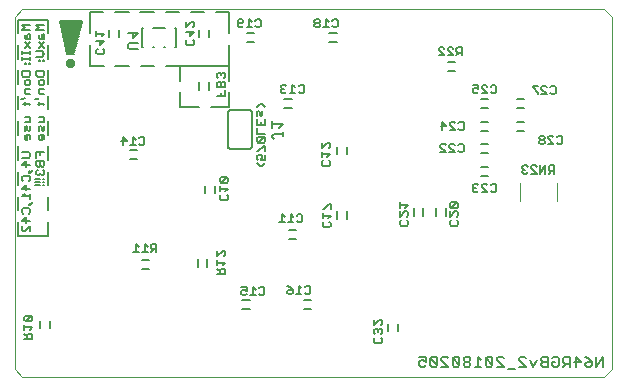
<source format=gbo>
G75*
%MOIN*%
%OFA0B0*%
%FSLAX25Y25*%
%IPPOS*%
%LPD*%
%AMOC8*
5,1,8,0,0,1.08239X$1,22.5*
%
%ADD10C,0.00000*%
%ADD11C,0.00500*%
%ADD12C,0.00600*%
%ADD13C,0.02000*%
%ADD14C,0.00400*%
D10*
X0005500Y0013000D02*
X0003000Y0015500D01*
X0003000Y0133000D01*
X0005500Y0135500D01*
X0199500Y0135500D01*
X0202000Y0133000D01*
X0202000Y0015500D01*
X0199500Y0013000D01*
X0005500Y0013000D01*
D11*
X0006150Y0025610D02*
X0008852Y0025610D01*
X0008852Y0026962D01*
X0008402Y0027412D01*
X0007501Y0027412D01*
X0007051Y0026962D01*
X0007051Y0025610D01*
X0007051Y0026511D02*
X0006150Y0027412D01*
X0006150Y0028557D02*
X0006150Y0030359D01*
X0006150Y0029458D02*
X0008852Y0029458D01*
X0007952Y0028557D01*
X0008402Y0031503D02*
X0006600Y0031503D01*
X0008402Y0033305D01*
X0006600Y0033305D01*
X0006150Y0032855D01*
X0006150Y0031954D01*
X0006600Y0031503D01*
X0008402Y0031503D02*
X0008852Y0031954D01*
X0008852Y0032855D01*
X0008402Y0033305D01*
X0042455Y0054550D02*
X0044257Y0054550D01*
X0043356Y0054550D02*
X0043356Y0057252D01*
X0044257Y0056352D01*
X0045402Y0054550D02*
X0047203Y0054550D01*
X0046303Y0054550D02*
X0046303Y0057252D01*
X0047203Y0056352D01*
X0048348Y0056802D02*
X0048348Y0055901D01*
X0048799Y0055451D01*
X0050150Y0055451D01*
X0049249Y0055451D02*
X0048348Y0054550D01*
X0050150Y0054550D02*
X0050150Y0057252D01*
X0048799Y0057252D01*
X0048348Y0056802D01*
X0070450Y0054945D02*
X0070450Y0053143D01*
X0072252Y0054945D01*
X0072702Y0054945D01*
X0073152Y0054494D01*
X0073152Y0053593D01*
X0072702Y0053143D01*
X0070450Y0051998D02*
X0070450Y0050197D01*
X0070450Y0051097D02*
X0073152Y0051097D01*
X0072252Y0050197D01*
X0072702Y0049052D02*
X0071801Y0049052D01*
X0071351Y0048601D01*
X0071351Y0047250D01*
X0071351Y0048151D02*
X0070450Y0049052D01*
X0072702Y0049052D02*
X0073152Y0048601D01*
X0073152Y0047250D01*
X0070450Y0047250D01*
X0078455Y0042952D02*
X0080257Y0042952D01*
X0080257Y0041601D01*
X0079356Y0042052D01*
X0078906Y0042052D01*
X0078455Y0041601D01*
X0078455Y0040700D01*
X0078906Y0040250D01*
X0079807Y0040250D01*
X0080257Y0040700D01*
X0081402Y0040250D02*
X0083203Y0040250D01*
X0082303Y0040250D02*
X0082303Y0042952D01*
X0083203Y0042052D01*
X0084348Y0042502D02*
X0084799Y0042952D01*
X0085700Y0042952D01*
X0086150Y0042502D01*
X0086150Y0040700D01*
X0085700Y0040250D01*
X0084799Y0040250D01*
X0084348Y0040700D01*
X0093755Y0041100D02*
X0093755Y0041551D01*
X0094206Y0042001D01*
X0095557Y0042001D01*
X0095557Y0041100D01*
X0095107Y0040650D01*
X0094206Y0040650D01*
X0093755Y0041100D01*
X0094656Y0042902D02*
X0095557Y0042001D01*
X0094656Y0042902D02*
X0093755Y0043352D01*
X0097603Y0043352D02*
X0097603Y0040650D01*
X0098503Y0040650D02*
X0096702Y0040650D01*
X0098503Y0042452D02*
X0097603Y0043352D01*
X0099648Y0042902D02*
X0100099Y0043352D01*
X0101000Y0043352D01*
X0101450Y0042902D01*
X0101450Y0041100D01*
X0101000Y0040650D01*
X0100099Y0040650D01*
X0099648Y0041100D01*
X0122650Y0031905D02*
X0122650Y0030103D01*
X0124452Y0031905D01*
X0124902Y0031905D01*
X0125352Y0031455D01*
X0125352Y0030554D01*
X0124902Y0030103D01*
X0124902Y0028959D02*
X0124452Y0028959D01*
X0124001Y0028508D01*
X0123551Y0028959D01*
X0123100Y0028959D01*
X0122650Y0028508D01*
X0122650Y0027607D01*
X0123100Y0027157D01*
X0123100Y0026012D02*
X0122650Y0025562D01*
X0122650Y0024661D01*
X0123100Y0024210D01*
X0124902Y0024210D01*
X0125352Y0024661D01*
X0125352Y0025562D01*
X0124902Y0026012D01*
X0124902Y0027157D02*
X0125352Y0027607D01*
X0125352Y0028508D01*
X0124902Y0028959D01*
X0124001Y0028508D02*
X0124001Y0028058D01*
X0131800Y0063410D02*
X0131350Y0063861D01*
X0131350Y0064762D01*
X0131800Y0065212D01*
X0131350Y0066357D02*
X0133152Y0068159D01*
X0133602Y0068159D01*
X0134052Y0067708D01*
X0134052Y0066807D01*
X0133602Y0066357D01*
X0133602Y0065212D02*
X0134052Y0064762D01*
X0134052Y0063861D01*
X0133602Y0063410D01*
X0131800Y0063410D01*
X0131350Y0066357D02*
X0131350Y0068159D01*
X0131350Y0069303D02*
X0131350Y0071105D01*
X0131350Y0070204D02*
X0134052Y0070204D01*
X0133152Y0069303D01*
X0147950Y0069754D02*
X0148400Y0069303D01*
X0150202Y0071105D01*
X0148400Y0071105D01*
X0147950Y0070655D01*
X0147950Y0069754D01*
X0148400Y0069303D02*
X0150202Y0069303D01*
X0150652Y0069754D01*
X0150652Y0070655D01*
X0150202Y0071105D01*
X0150202Y0068159D02*
X0150652Y0067708D01*
X0150652Y0066807D01*
X0150202Y0066357D01*
X0150202Y0065212D02*
X0150652Y0064762D01*
X0150652Y0063861D01*
X0150202Y0063410D01*
X0148400Y0063410D01*
X0147950Y0063861D01*
X0147950Y0064762D01*
X0148400Y0065212D01*
X0147950Y0066357D02*
X0149752Y0068159D01*
X0150202Y0068159D01*
X0147950Y0068159D02*
X0147950Y0066357D01*
X0156106Y0074550D02*
X0157007Y0074550D01*
X0157457Y0075000D01*
X0158602Y0074550D02*
X0160403Y0074550D01*
X0158602Y0076352D01*
X0158602Y0076802D01*
X0159052Y0077252D01*
X0159953Y0077252D01*
X0160403Y0076802D01*
X0161548Y0076802D02*
X0161999Y0077252D01*
X0162900Y0077252D01*
X0163350Y0076802D01*
X0163350Y0075000D01*
X0162900Y0074550D01*
X0161999Y0074550D01*
X0161548Y0075000D01*
X0157457Y0076802D02*
X0157007Y0077252D01*
X0156106Y0077252D01*
X0155655Y0076802D01*
X0155655Y0076352D01*
X0156106Y0075901D01*
X0155655Y0075451D01*
X0155655Y0075000D01*
X0156106Y0074550D01*
X0156106Y0075901D02*
X0156556Y0075901D01*
X0152100Y0087850D02*
X0151199Y0087850D01*
X0150748Y0088300D01*
X0149603Y0087850D02*
X0147802Y0087850D01*
X0146657Y0087850D02*
X0144855Y0089652D01*
X0144855Y0090102D01*
X0145306Y0090552D01*
X0146207Y0090552D01*
X0146657Y0090102D01*
X0147802Y0090102D02*
X0148252Y0090552D01*
X0149153Y0090552D01*
X0149603Y0090102D01*
X0150748Y0090102D02*
X0151199Y0090552D01*
X0152100Y0090552D01*
X0152550Y0090102D01*
X0152550Y0088300D01*
X0152100Y0087850D01*
X0149603Y0087850D02*
X0147802Y0089652D01*
X0147802Y0090102D01*
X0146657Y0087850D02*
X0144855Y0087850D01*
X0145406Y0095250D02*
X0145406Y0097952D01*
X0146757Y0096601D01*
X0144955Y0096601D01*
X0147902Y0097052D02*
X0147902Y0097502D01*
X0148352Y0097952D01*
X0149253Y0097952D01*
X0149703Y0097502D01*
X0150848Y0097502D02*
X0151299Y0097952D01*
X0152200Y0097952D01*
X0152650Y0097502D01*
X0152650Y0095700D01*
X0152200Y0095250D01*
X0151299Y0095250D01*
X0150848Y0095700D01*
X0149703Y0095250D02*
X0147902Y0097052D01*
X0147902Y0095250D02*
X0149703Y0095250D01*
X0156106Y0107450D02*
X0157007Y0107450D01*
X0157457Y0107900D01*
X0157457Y0108801D02*
X0156556Y0109252D01*
X0156106Y0109252D01*
X0155655Y0108801D01*
X0155655Y0107900D01*
X0156106Y0107450D01*
X0157457Y0108801D02*
X0157457Y0110152D01*
X0155655Y0110152D01*
X0158602Y0109702D02*
X0159052Y0110152D01*
X0159953Y0110152D01*
X0160403Y0109702D01*
X0161548Y0109702D02*
X0161999Y0110152D01*
X0162900Y0110152D01*
X0163350Y0109702D01*
X0163350Y0107900D01*
X0162900Y0107450D01*
X0161999Y0107450D01*
X0161548Y0107900D01*
X0160403Y0107450D02*
X0158602Y0109252D01*
X0158602Y0109702D01*
X0158602Y0107450D02*
X0160403Y0107450D01*
X0175555Y0109502D02*
X0177357Y0107700D01*
X0177357Y0107250D01*
X0178502Y0107250D02*
X0180303Y0107250D01*
X0178502Y0109052D01*
X0178502Y0109502D01*
X0178952Y0109952D01*
X0179853Y0109952D01*
X0180303Y0109502D01*
X0181448Y0109502D02*
X0181899Y0109952D01*
X0182800Y0109952D01*
X0183250Y0109502D01*
X0183250Y0107700D01*
X0182800Y0107250D01*
X0181899Y0107250D01*
X0181448Y0107700D01*
X0177357Y0109952D02*
X0175555Y0109952D01*
X0175555Y0109502D01*
X0151950Y0120150D02*
X0151950Y0122852D01*
X0150599Y0122852D01*
X0150148Y0122402D01*
X0150148Y0121501D01*
X0150599Y0121051D01*
X0151950Y0121051D01*
X0151049Y0121051D02*
X0150148Y0120150D01*
X0149003Y0120150D02*
X0147202Y0121952D01*
X0147202Y0122402D01*
X0147652Y0122852D01*
X0148553Y0122852D01*
X0149003Y0122402D01*
X0149003Y0120150D02*
X0147202Y0120150D01*
X0146057Y0120150D02*
X0144255Y0121952D01*
X0144255Y0122402D01*
X0144706Y0122852D01*
X0145607Y0122852D01*
X0146057Y0122402D01*
X0146057Y0120150D02*
X0144255Y0120150D01*
X0110550Y0129900D02*
X0110100Y0129450D01*
X0109199Y0129450D01*
X0108748Y0129900D01*
X0107603Y0129450D02*
X0105802Y0129450D01*
X0106703Y0129450D02*
X0106703Y0132152D01*
X0107603Y0131252D01*
X0108748Y0131702D02*
X0109199Y0132152D01*
X0110100Y0132152D01*
X0110550Y0131702D01*
X0110550Y0129900D01*
X0104657Y0129900D02*
X0104657Y0130351D01*
X0104207Y0130801D01*
X0103306Y0130801D01*
X0102855Y0130351D01*
X0102855Y0129900D01*
X0103306Y0129450D01*
X0104207Y0129450D01*
X0104657Y0129900D01*
X0104207Y0130801D02*
X0104657Y0131252D01*
X0104657Y0131702D01*
X0104207Y0132152D01*
X0103306Y0132152D01*
X0102855Y0131702D01*
X0102855Y0131252D01*
X0103306Y0130801D01*
X0084950Y0129900D02*
X0084500Y0129450D01*
X0083599Y0129450D01*
X0083148Y0129900D01*
X0082003Y0129450D02*
X0080202Y0129450D01*
X0081103Y0129450D02*
X0081103Y0132152D01*
X0082003Y0131252D01*
X0083148Y0131702D02*
X0083599Y0132152D01*
X0084500Y0132152D01*
X0084950Y0131702D01*
X0084950Y0129900D01*
X0079057Y0129900D02*
X0078607Y0129450D01*
X0077706Y0129450D01*
X0077255Y0129900D01*
X0077255Y0131702D01*
X0077706Y0132152D01*
X0078607Y0132152D01*
X0079057Y0131702D01*
X0079057Y0131252D01*
X0078607Y0130801D01*
X0077255Y0130801D01*
X0062652Y0130855D02*
X0062652Y0129954D01*
X0062202Y0129503D01*
X0062652Y0130855D02*
X0062202Y0131305D01*
X0061752Y0131305D01*
X0059950Y0129503D01*
X0059950Y0131305D01*
X0061301Y0128359D02*
X0061301Y0126557D01*
X0062652Y0127908D01*
X0059950Y0127908D01*
X0060400Y0125412D02*
X0059950Y0124962D01*
X0059950Y0124061D01*
X0060400Y0123610D01*
X0062202Y0123610D01*
X0062652Y0124061D01*
X0062652Y0124962D01*
X0062202Y0125412D01*
X0070800Y0114345D02*
X0070350Y0113894D01*
X0070350Y0112993D01*
X0070800Y0112543D01*
X0070800Y0111398D02*
X0070350Y0110948D01*
X0070350Y0109597D01*
X0073052Y0109597D01*
X0073052Y0110948D01*
X0072602Y0111398D01*
X0072152Y0111398D01*
X0071701Y0110948D01*
X0071701Y0109597D01*
X0071701Y0110948D02*
X0071251Y0111398D01*
X0070800Y0111398D01*
X0072602Y0112543D02*
X0073052Y0112993D01*
X0073052Y0113894D01*
X0072602Y0114345D01*
X0072152Y0114345D01*
X0071701Y0113894D01*
X0071251Y0114345D01*
X0070800Y0114345D01*
X0071701Y0113894D02*
X0071701Y0113444D01*
X0073052Y0108452D02*
X0073052Y0106650D01*
X0070350Y0106650D01*
X0071701Y0106650D02*
X0071701Y0107551D01*
X0083650Y0102886D02*
X0084551Y0103786D01*
X0085452Y0103786D01*
X0086352Y0102886D01*
X0085452Y0101741D02*
X0085452Y0100390D01*
X0085001Y0099939D01*
X0084551Y0100390D01*
X0084551Y0101290D01*
X0084100Y0101741D01*
X0083650Y0101290D01*
X0083650Y0099939D01*
X0083650Y0098794D02*
X0083650Y0096993D01*
X0086352Y0096993D01*
X0086352Y0098794D01*
X0085001Y0097893D02*
X0085001Y0096993D01*
X0083650Y0095848D02*
X0083650Y0094046D01*
X0086352Y0094046D01*
X0085902Y0092901D02*
X0084100Y0092901D01*
X0083650Y0092451D01*
X0083650Y0091550D01*
X0084100Y0091100D01*
X0085902Y0092901D01*
X0086352Y0092451D01*
X0086352Y0091550D01*
X0085902Y0091100D01*
X0084100Y0091100D01*
X0085902Y0089955D02*
X0084100Y0088153D01*
X0083650Y0088153D01*
X0084100Y0087008D02*
X0083650Y0086558D01*
X0083650Y0085657D01*
X0084100Y0085207D01*
X0085001Y0085207D02*
X0085452Y0086107D01*
X0085452Y0086558D01*
X0085001Y0087008D01*
X0084100Y0087008D01*
X0085001Y0085207D02*
X0086352Y0085207D01*
X0086352Y0087008D01*
X0086352Y0088153D02*
X0086352Y0089955D01*
X0085902Y0089955D01*
X0086352Y0084143D02*
X0085452Y0083242D01*
X0084551Y0083242D01*
X0083650Y0084143D01*
X0074052Y0079094D02*
X0073602Y0079545D01*
X0071800Y0077743D01*
X0071350Y0078193D01*
X0071350Y0079094D01*
X0071800Y0079545D01*
X0073602Y0079545D01*
X0074052Y0079094D02*
X0074052Y0078193D01*
X0073602Y0077743D01*
X0071800Y0077743D01*
X0071350Y0076598D02*
X0071350Y0074797D01*
X0071350Y0075697D02*
X0074052Y0075697D01*
X0073152Y0074797D01*
X0073602Y0073652D02*
X0074052Y0073201D01*
X0074052Y0072300D01*
X0073602Y0071850D01*
X0071800Y0071850D01*
X0071350Y0072300D01*
X0071350Y0073201D01*
X0071800Y0073652D01*
X0091956Y0067152D02*
X0091956Y0064450D01*
X0092857Y0064450D02*
X0091055Y0064450D01*
X0092857Y0066252D02*
X0091956Y0067152D01*
X0094903Y0067152D02*
X0094903Y0064450D01*
X0095803Y0064450D02*
X0094002Y0064450D01*
X0095803Y0066252D02*
X0094903Y0067152D01*
X0096948Y0066702D02*
X0097399Y0067152D01*
X0098300Y0067152D01*
X0098750Y0066702D01*
X0098750Y0064900D01*
X0098300Y0064450D01*
X0097399Y0064450D01*
X0096948Y0064900D01*
X0105550Y0064262D02*
X0105550Y0063361D01*
X0106000Y0062910D01*
X0107802Y0062910D01*
X0108252Y0063361D01*
X0108252Y0064262D01*
X0107802Y0064712D01*
X0107352Y0065857D02*
X0108252Y0066758D01*
X0105550Y0066758D01*
X0105550Y0065857D02*
X0105550Y0067659D01*
X0105550Y0068803D02*
X0106000Y0068803D01*
X0107802Y0070605D01*
X0108252Y0070605D01*
X0108252Y0068803D01*
X0106000Y0064712D02*
X0105550Y0064262D01*
X0105800Y0083310D02*
X0105350Y0083761D01*
X0105350Y0084662D01*
X0105800Y0085112D01*
X0105350Y0086257D02*
X0105350Y0088059D01*
X0105350Y0087158D02*
X0108052Y0087158D01*
X0107152Y0086257D01*
X0107602Y0085112D02*
X0108052Y0084662D01*
X0108052Y0083761D01*
X0107602Y0083310D01*
X0105800Y0083310D01*
X0105350Y0089203D02*
X0107152Y0091005D01*
X0107602Y0091005D01*
X0108052Y0090555D01*
X0108052Y0089654D01*
X0107602Y0089203D01*
X0105350Y0089203D02*
X0105350Y0091005D01*
X0098900Y0107650D02*
X0097999Y0107650D01*
X0097548Y0108100D01*
X0096403Y0107650D02*
X0094602Y0107650D01*
X0095503Y0107650D02*
X0095503Y0110352D01*
X0096403Y0109452D01*
X0097548Y0109902D02*
X0097999Y0110352D01*
X0098900Y0110352D01*
X0099350Y0109902D01*
X0099350Y0108100D01*
X0098900Y0107650D01*
X0093457Y0108100D02*
X0093007Y0107650D01*
X0092106Y0107650D01*
X0091655Y0108100D01*
X0091655Y0108551D01*
X0092106Y0109001D01*
X0092556Y0109001D01*
X0092106Y0109001D02*
X0091655Y0109452D01*
X0091655Y0109902D01*
X0092106Y0110352D01*
X0093007Y0110352D01*
X0093457Y0109902D01*
X0046150Y0092502D02*
X0046150Y0090700D01*
X0045700Y0090250D01*
X0044799Y0090250D01*
X0044348Y0090700D01*
X0043203Y0090250D02*
X0041402Y0090250D01*
X0042303Y0090250D02*
X0042303Y0092952D01*
X0043203Y0092052D01*
X0044348Y0092502D02*
X0044799Y0092952D01*
X0045700Y0092952D01*
X0046150Y0092502D01*
X0040257Y0091601D02*
X0038455Y0091601D01*
X0038906Y0090250D02*
X0038906Y0092952D01*
X0040257Y0091601D01*
X0012850Y0092382D02*
X0012850Y0093283D01*
X0012400Y0093733D01*
X0011499Y0093733D01*
X0011048Y0093283D01*
X0011048Y0092382D01*
X0011499Y0091932D01*
X0011949Y0091932D01*
X0011949Y0093733D01*
X0012400Y0094878D02*
X0011949Y0095329D01*
X0011949Y0096229D01*
X0011499Y0096680D01*
X0011048Y0096229D01*
X0011048Y0094878D01*
X0012400Y0094878D02*
X0012850Y0095329D01*
X0012850Y0096680D01*
X0012850Y0097825D02*
X0011048Y0097825D01*
X0011048Y0099626D02*
X0012400Y0099626D01*
X0012850Y0099176D01*
X0012850Y0097825D01*
X0008050Y0097825D02*
X0006248Y0097825D01*
X0006699Y0096680D02*
X0006248Y0096229D01*
X0006248Y0094878D01*
X0007149Y0095329D02*
X0007149Y0096229D01*
X0006699Y0096680D01*
X0008050Y0096680D02*
X0008050Y0095329D01*
X0007600Y0094878D01*
X0007149Y0095329D01*
X0007149Y0093733D02*
X0007149Y0091932D01*
X0006699Y0091932D01*
X0006248Y0092382D01*
X0006248Y0093283D01*
X0006699Y0093733D01*
X0007600Y0093733D01*
X0008050Y0093283D01*
X0008050Y0092382D01*
X0007600Y0087840D02*
X0005348Y0087840D01*
X0005348Y0086039D02*
X0007600Y0086039D01*
X0008050Y0086489D01*
X0008050Y0087390D01*
X0007600Y0087840D01*
X0010148Y0087840D02*
X0010148Y0086039D01*
X0010148Y0084894D02*
X0010148Y0083543D01*
X0010598Y0083092D01*
X0011048Y0083092D01*
X0011499Y0083543D01*
X0011499Y0084894D01*
X0012850Y0084894D02*
X0012850Y0083543D01*
X0012400Y0083092D01*
X0011949Y0083092D01*
X0011499Y0083543D01*
X0012400Y0081947D02*
X0012850Y0081497D01*
X0012850Y0080596D01*
X0012400Y0080146D01*
X0011949Y0080146D01*
X0011499Y0080596D01*
X0011499Y0081046D01*
X0011499Y0080596D02*
X0011048Y0080146D01*
X0010598Y0080146D01*
X0010148Y0080596D01*
X0010148Y0081497D01*
X0010598Y0081947D01*
X0008951Y0081947D02*
X0008050Y0081046D01*
X0008050Y0081497D01*
X0007600Y0081497D01*
X0007600Y0081046D01*
X0008050Y0081046D01*
X0007600Y0079983D02*
X0005798Y0079983D01*
X0005348Y0079532D01*
X0005348Y0078632D01*
X0005798Y0078181D01*
X0006699Y0077036D02*
X0006699Y0075235D01*
X0006248Y0074090D02*
X0005348Y0073189D01*
X0008050Y0073189D01*
X0008050Y0074090D02*
X0008050Y0072288D01*
X0008951Y0071143D02*
X0008050Y0070243D01*
X0008050Y0070693D01*
X0007600Y0070693D01*
X0007600Y0070243D01*
X0008050Y0070243D01*
X0007600Y0069179D02*
X0005798Y0069179D01*
X0005348Y0068729D01*
X0005348Y0067828D01*
X0005798Y0067377D01*
X0006699Y0066232D02*
X0006699Y0064431D01*
X0008050Y0064881D02*
X0005348Y0064881D01*
X0006699Y0066232D01*
X0007600Y0067377D02*
X0008050Y0067828D01*
X0008050Y0068729D01*
X0007600Y0069179D01*
X0008050Y0063286D02*
X0006248Y0061484D01*
X0005798Y0061484D01*
X0005348Y0061935D01*
X0005348Y0062836D01*
X0005798Y0063286D01*
X0008050Y0063286D02*
X0008050Y0061484D01*
X0008050Y0075685D02*
X0005348Y0075685D01*
X0006699Y0077036D01*
X0007600Y0078181D02*
X0008050Y0078632D01*
X0008050Y0079532D01*
X0007600Y0079983D01*
X0009697Y0079001D02*
X0011499Y0079001D01*
X0012400Y0079001D02*
X0012850Y0079001D01*
X0012850Y0078019D02*
X0012400Y0078019D01*
X0011499Y0078019D02*
X0009697Y0078019D01*
X0009697Y0077036D02*
X0011499Y0077036D01*
X0012400Y0077036D02*
X0012850Y0077036D01*
X0008050Y0083543D02*
X0005348Y0083543D01*
X0006699Y0084894D01*
X0006699Y0083092D01*
X0010148Y0084894D02*
X0012850Y0084894D01*
X0011499Y0086939D02*
X0011499Y0087840D01*
X0012850Y0087840D02*
X0010148Y0087840D01*
X0008050Y0097825D02*
X0008050Y0099176D01*
X0007600Y0099626D01*
X0006248Y0099626D01*
X0006248Y0103636D02*
X0006248Y0104537D01*
X0005798Y0104087D02*
X0007600Y0104087D01*
X0008050Y0103636D01*
X0009697Y0105560D02*
X0010598Y0105560D01*
X0011048Y0106010D01*
X0011499Y0107155D02*
X0012850Y0107155D01*
X0011499Y0107155D02*
X0011048Y0107606D01*
X0011048Y0108957D01*
X0012850Y0108957D01*
X0012400Y0110102D02*
X0011499Y0110102D01*
X0011048Y0110552D01*
X0011048Y0111453D01*
X0011499Y0111903D01*
X0012400Y0111903D01*
X0012850Y0111453D01*
X0012850Y0110552D01*
X0012400Y0110102D01*
X0012400Y0113048D02*
X0010598Y0113048D01*
X0010148Y0113499D01*
X0010148Y0114850D01*
X0012850Y0114850D01*
X0012850Y0113499D01*
X0012400Y0113048D01*
X0008050Y0113499D02*
X0007600Y0113048D01*
X0005798Y0113048D01*
X0005348Y0113499D01*
X0005348Y0114850D01*
X0008050Y0114850D01*
X0008050Y0113499D01*
X0007600Y0111903D02*
X0008050Y0111453D01*
X0008050Y0110552D01*
X0007600Y0110102D01*
X0006699Y0110102D01*
X0006248Y0110552D01*
X0006248Y0111453D01*
X0006699Y0111903D01*
X0007600Y0111903D01*
X0008050Y0108957D02*
X0006248Y0108957D01*
X0006248Y0107606D01*
X0006699Y0107155D01*
X0008050Y0107155D01*
X0006248Y0106010D02*
X0005798Y0105560D01*
X0004897Y0105560D01*
X0010598Y0104087D02*
X0012400Y0104087D01*
X0012850Y0103636D01*
X0011048Y0103636D02*
X0011048Y0104537D01*
X0008050Y0117131D02*
X0008050Y0117582D01*
X0007600Y0117582D01*
X0007600Y0117131D01*
X0008050Y0117131D01*
X0006699Y0117131D02*
X0006699Y0117582D01*
X0006248Y0117582D01*
X0006248Y0117131D01*
X0006699Y0117131D01*
X0008050Y0118645D02*
X0008050Y0119546D01*
X0008050Y0119096D02*
X0005348Y0119096D01*
X0005348Y0119546D02*
X0005348Y0118645D01*
X0005348Y0120610D02*
X0005348Y0121510D01*
X0005348Y0121060D02*
X0008050Y0121060D01*
X0008050Y0121510D02*
X0008050Y0120610D01*
X0008050Y0122655D02*
X0006248Y0124457D01*
X0006699Y0125602D02*
X0008050Y0125602D01*
X0008050Y0126953D01*
X0007600Y0127403D01*
X0007149Y0126953D01*
X0007149Y0125602D01*
X0006699Y0125602D02*
X0006248Y0126052D01*
X0006248Y0126953D01*
X0005348Y0128548D02*
X0008050Y0128548D01*
X0008050Y0130350D02*
X0005348Y0130350D01*
X0006248Y0129449D01*
X0005348Y0128548D01*
X0010148Y0128548D02*
X0012850Y0128548D01*
X0012400Y0127403D02*
X0011949Y0126953D01*
X0011949Y0125602D01*
X0011499Y0125602D02*
X0012850Y0125602D01*
X0012850Y0126953D01*
X0012400Y0127403D01*
X0011048Y0126953D02*
X0011048Y0126052D01*
X0011499Y0125602D01*
X0011048Y0124457D02*
X0012850Y0122655D01*
X0011949Y0121510D02*
X0012850Y0120610D01*
X0011949Y0119709D01*
X0010148Y0119709D01*
X0011048Y0118564D02*
X0011499Y0118564D01*
X0011499Y0118114D01*
X0011048Y0118114D01*
X0011048Y0118564D01*
X0012400Y0118564D02*
X0012850Y0118564D01*
X0012850Y0118114D01*
X0012400Y0118114D01*
X0012400Y0118564D01*
X0011949Y0121510D02*
X0010148Y0121510D01*
X0011048Y0122655D02*
X0012850Y0124457D01*
X0008050Y0124457D02*
X0006248Y0122655D01*
X0010148Y0128548D02*
X0011048Y0129449D01*
X0010148Y0130350D01*
X0012850Y0130350D01*
X0030150Y0128305D02*
X0030150Y0126503D01*
X0030150Y0127404D02*
X0032852Y0127404D01*
X0031952Y0126503D01*
X0031501Y0125359D02*
X0031501Y0123557D01*
X0032852Y0124908D01*
X0030150Y0124908D01*
X0030600Y0122412D02*
X0030150Y0121962D01*
X0030150Y0121061D01*
X0030600Y0120610D01*
X0032402Y0120610D01*
X0032852Y0121061D01*
X0032852Y0121962D01*
X0032402Y0122412D01*
X0172109Y0083002D02*
X0172109Y0082552D01*
X0172559Y0082101D01*
X0172109Y0081651D01*
X0172109Y0081200D01*
X0172559Y0080750D01*
X0173460Y0080750D01*
X0173910Y0081200D01*
X0175055Y0080750D02*
X0176857Y0080750D01*
X0175055Y0082552D01*
X0175055Y0083002D01*
X0175506Y0083452D01*
X0176407Y0083452D01*
X0176857Y0083002D01*
X0178002Y0083452D02*
X0178002Y0080750D01*
X0179803Y0083452D01*
X0179803Y0080750D01*
X0180948Y0080750D02*
X0181849Y0081651D01*
X0181399Y0081651D02*
X0182750Y0081651D01*
X0182750Y0080750D02*
X0182750Y0083452D01*
X0181399Y0083452D01*
X0180948Y0083002D01*
X0180948Y0082101D01*
X0181399Y0081651D01*
X0173910Y0083002D02*
X0173460Y0083452D01*
X0172559Y0083452D01*
X0172109Y0083002D01*
X0172559Y0082101D02*
X0173010Y0082101D01*
X0178206Y0090650D02*
X0179107Y0090650D01*
X0179557Y0091100D01*
X0179557Y0091551D01*
X0179107Y0092001D01*
X0178206Y0092001D01*
X0177755Y0091551D01*
X0177755Y0091100D01*
X0178206Y0090650D01*
X0178206Y0092001D02*
X0177755Y0092452D01*
X0177755Y0092902D01*
X0178206Y0093352D01*
X0179107Y0093352D01*
X0179557Y0092902D01*
X0179557Y0092452D01*
X0179107Y0092001D01*
X0180702Y0092452D02*
X0180702Y0092902D01*
X0181152Y0093352D01*
X0182053Y0093352D01*
X0182503Y0092902D01*
X0183648Y0092902D02*
X0184099Y0093352D01*
X0185000Y0093352D01*
X0185450Y0092902D01*
X0185450Y0091100D01*
X0185000Y0090650D01*
X0184099Y0090650D01*
X0183648Y0091100D01*
X0182503Y0090650D02*
X0180702Y0090650D01*
X0182503Y0090650D02*
X0180702Y0092452D01*
D12*
X0172750Y0094937D02*
X0170250Y0094937D01*
X0170250Y0098062D02*
X0172750Y0098062D01*
X0172750Y0102437D02*
X0170250Y0102437D01*
X0170250Y0105562D02*
X0172750Y0105562D01*
X0160750Y0105562D02*
X0158250Y0105562D01*
X0158250Y0102437D02*
X0160750Y0102437D01*
X0160750Y0098062D02*
X0158250Y0098062D01*
X0158250Y0094937D02*
X0160750Y0094937D01*
X0160750Y0090562D02*
X0158250Y0090562D01*
X0158250Y0087437D02*
X0160750Y0087437D01*
X0160750Y0083063D02*
X0158250Y0083063D01*
X0158250Y0079938D02*
X0160750Y0079938D01*
X0146563Y0069250D02*
X0146563Y0066750D01*
X0143438Y0066750D02*
X0143438Y0069250D01*
X0139063Y0069250D02*
X0139063Y0066750D01*
X0135938Y0066750D02*
X0135938Y0069250D01*
X0113562Y0068250D02*
X0113562Y0065750D01*
X0110437Y0065750D02*
X0110437Y0068250D01*
X0096750Y0062062D02*
X0094250Y0062062D01*
X0094250Y0058937D02*
X0096750Y0058937D01*
X0069563Y0074250D02*
X0069563Y0076750D01*
X0066438Y0076750D02*
X0066438Y0074250D01*
X0075000Y0089000D02*
X0081000Y0089000D01*
X0081060Y0089002D01*
X0081121Y0089007D01*
X0081180Y0089016D01*
X0081239Y0089029D01*
X0081298Y0089045D01*
X0081355Y0089065D01*
X0081410Y0089088D01*
X0081465Y0089115D01*
X0081517Y0089144D01*
X0081568Y0089177D01*
X0081617Y0089213D01*
X0081663Y0089251D01*
X0081707Y0089293D01*
X0081749Y0089337D01*
X0081787Y0089383D01*
X0081823Y0089432D01*
X0081856Y0089483D01*
X0081885Y0089535D01*
X0081912Y0089590D01*
X0081935Y0089645D01*
X0081955Y0089702D01*
X0081971Y0089761D01*
X0081984Y0089820D01*
X0081993Y0089879D01*
X0081998Y0089940D01*
X0082000Y0090000D01*
X0082000Y0101000D01*
X0081998Y0101060D01*
X0081993Y0101121D01*
X0081984Y0101180D01*
X0081971Y0101239D01*
X0081955Y0101298D01*
X0081935Y0101355D01*
X0081912Y0101410D01*
X0081885Y0101465D01*
X0081856Y0101517D01*
X0081823Y0101568D01*
X0081787Y0101617D01*
X0081749Y0101663D01*
X0081707Y0101707D01*
X0081663Y0101749D01*
X0081617Y0101787D01*
X0081568Y0101823D01*
X0081517Y0101856D01*
X0081465Y0101885D01*
X0081410Y0101912D01*
X0081355Y0101935D01*
X0081298Y0101955D01*
X0081239Y0101971D01*
X0081180Y0101984D01*
X0081121Y0101993D01*
X0081060Y0101998D01*
X0081000Y0102000D01*
X0075000Y0102000D01*
X0074940Y0101998D01*
X0074879Y0101993D01*
X0074820Y0101984D01*
X0074761Y0101971D01*
X0074702Y0101955D01*
X0074645Y0101935D01*
X0074590Y0101912D01*
X0074535Y0101885D01*
X0074483Y0101856D01*
X0074432Y0101823D01*
X0074383Y0101787D01*
X0074337Y0101749D01*
X0074293Y0101707D01*
X0074251Y0101663D01*
X0074213Y0101617D01*
X0074177Y0101568D01*
X0074144Y0101517D01*
X0074115Y0101465D01*
X0074088Y0101410D01*
X0074065Y0101355D01*
X0074045Y0101298D01*
X0074029Y0101239D01*
X0074016Y0101180D01*
X0074007Y0101121D01*
X0074002Y0101060D01*
X0074000Y0101000D01*
X0074000Y0090000D01*
X0074002Y0089940D01*
X0074007Y0089879D01*
X0074016Y0089820D01*
X0074029Y0089761D01*
X0074045Y0089702D01*
X0074065Y0089645D01*
X0074088Y0089590D01*
X0074115Y0089535D01*
X0074144Y0089483D01*
X0074177Y0089432D01*
X0074213Y0089383D01*
X0074251Y0089337D01*
X0074293Y0089293D01*
X0074337Y0089251D01*
X0074383Y0089213D01*
X0074432Y0089177D01*
X0074483Y0089144D01*
X0074535Y0089115D01*
X0074590Y0089088D01*
X0074645Y0089065D01*
X0074702Y0089045D01*
X0074761Y0089029D01*
X0074820Y0089016D01*
X0074879Y0089007D01*
X0074940Y0089002D01*
X0075000Y0089000D01*
X0088800Y0092867D02*
X0088800Y0093434D01*
X0089367Y0094001D01*
X0092203Y0094001D01*
X0092203Y0093434D02*
X0092203Y0094569D01*
X0091069Y0095983D02*
X0092203Y0097117D01*
X0088800Y0097117D01*
X0088800Y0095983D02*
X0088800Y0098252D01*
X0092750Y0102437D02*
X0095250Y0102437D01*
X0095250Y0105562D02*
X0092750Y0105562D01*
X0088800Y0092867D02*
X0089367Y0092300D01*
X0074500Y0103000D02*
X0074500Y0107781D01*
X0074500Y0111719D02*
X0074500Y0116500D01*
X0058000Y0116500D01*
X0058000Y0111719D01*
X0058000Y0107781D02*
X0058000Y0103000D01*
X0064281Y0103000D01*
X0068219Y0103000D02*
X0074500Y0103000D01*
X0067563Y0108750D02*
X0067563Y0111250D01*
X0064437Y0111250D02*
X0064437Y0108750D01*
X0058000Y0116500D02*
X0053453Y0116500D01*
X0049516Y0116500D02*
X0044969Y0116500D01*
X0041031Y0116500D02*
X0036484Y0116500D01*
X0032547Y0116500D02*
X0028000Y0116500D01*
X0028000Y0123531D01*
X0023706Y0124922D02*
X0019495Y0124922D01*
X0019359Y0125520D02*
X0023869Y0125520D01*
X0024032Y0126119D02*
X0019223Y0126119D01*
X0019087Y0126717D02*
X0024196Y0126717D01*
X0024359Y0127316D02*
X0018951Y0127316D01*
X0018815Y0127914D02*
X0024522Y0127914D01*
X0024685Y0128513D02*
X0018679Y0128513D01*
X0018543Y0129111D02*
X0024848Y0129111D01*
X0025012Y0129710D02*
X0018407Y0129710D01*
X0018271Y0130308D02*
X0025175Y0130308D01*
X0025338Y0130907D02*
X0018135Y0130907D01*
X0018000Y0131500D02*
X0020500Y0120500D01*
X0022500Y0120500D01*
X0025500Y0131500D01*
X0018000Y0131500D01*
X0014000Y0132000D02*
X0014000Y0127500D01*
X0014000Y0123563D02*
X0014000Y0119062D01*
X0014000Y0115125D02*
X0014000Y0110625D01*
X0014000Y0106688D02*
X0014000Y0102187D01*
X0014000Y0098250D02*
X0014000Y0093750D01*
X0014000Y0089813D02*
X0014000Y0085312D01*
X0014000Y0081375D02*
X0014000Y0076875D01*
X0014000Y0072938D02*
X0014000Y0068437D01*
X0014000Y0064500D02*
X0014000Y0060000D01*
X0004000Y0060000D01*
X0004000Y0064500D01*
X0004000Y0068437D02*
X0004000Y0072938D01*
X0004000Y0076875D02*
X0004000Y0081375D01*
X0004000Y0085312D02*
X0004000Y0089813D01*
X0004000Y0093750D02*
X0004000Y0098250D01*
X0004000Y0102187D02*
X0004000Y0106688D01*
X0004000Y0110625D02*
X0004000Y0115125D01*
X0004000Y0119062D02*
X0004000Y0123563D01*
X0004000Y0127500D02*
X0004000Y0132000D01*
X0004500Y0132000D01*
X0014000Y0132000D01*
X0019631Y0124323D02*
X0023543Y0124323D01*
X0023379Y0123725D02*
X0019767Y0123725D01*
X0019903Y0123126D02*
X0023216Y0123126D01*
X0023053Y0122528D02*
X0020039Y0122528D01*
X0020175Y0121929D02*
X0022890Y0121929D01*
X0022727Y0121331D02*
X0020311Y0121331D01*
X0020447Y0120732D02*
X0022563Y0120732D01*
X0028000Y0127469D02*
X0028000Y0134500D01*
X0032469Y0134500D01*
X0036406Y0134500D02*
X0040875Y0134500D01*
X0044812Y0134500D02*
X0049281Y0134500D01*
X0053219Y0134500D02*
X0057688Y0134500D01*
X0061625Y0134500D02*
X0066094Y0134500D01*
X0070031Y0134500D02*
X0074500Y0134500D01*
X0074500Y0127469D01*
X0074500Y0123531D02*
X0074500Y0116500D01*
X0080250Y0124437D02*
X0082750Y0124437D01*
X0082750Y0127562D02*
X0080250Y0127562D01*
X0067563Y0128750D02*
X0067563Y0126250D01*
X0064437Y0126250D02*
X0064437Y0128750D01*
X0056598Y0129189D02*
X0056598Y0122811D01*
X0056228Y0122811D01*
X0053055Y0122811D02*
X0052685Y0122811D01*
X0049315Y0122811D02*
X0048945Y0122811D01*
X0045772Y0122811D02*
X0045402Y0122811D01*
X0045402Y0129189D01*
X0045772Y0129189D01*
X0044103Y0127518D02*
X0042401Y0125817D01*
X0042401Y0128085D01*
X0040700Y0127518D02*
X0044103Y0127518D01*
X0044103Y0124402D02*
X0041267Y0124402D01*
X0040700Y0123835D01*
X0040700Y0122701D01*
X0041267Y0122134D01*
X0044103Y0122134D01*
X0037563Y0126250D02*
X0037563Y0128750D01*
X0034438Y0128750D02*
X0034438Y0126250D01*
X0048945Y0129189D02*
X0053055Y0129189D01*
X0056228Y0129189D02*
X0056598Y0129189D01*
X0107750Y0127562D02*
X0110250Y0127562D01*
X0110250Y0124437D02*
X0107750Y0124437D01*
X0147250Y0118062D02*
X0149750Y0118062D01*
X0149750Y0114937D02*
X0147250Y0114937D01*
X0113562Y0089750D02*
X0113562Y0087250D01*
X0110437Y0087250D02*
X0110437Y0089750D01*
X0067063Y0052250D02*
X0067063Y0049750D01*
X0063937Y0049750D02*
X0063937Y0052250D01*
X0047750Y0052062D02*
X0045250Y0052062D01*
X0045250Y0048937D02*
X0047750Y0048937D01*
X0078750Y0038563D02*
X0081250Y0038563D01*
X0081250Y0035438D02*
X0078750Y0035438D01*
X0099250Y0035438D02*
X0101750Y0035438D01*
X0101750Y0038563D02*
X0099250Y0038563D01*
X0127437Y0030750D02*
X0127437Y0028250D01*
X0130562Y0028250D02*
X0130562Y0030750D01*
X0137808Y0019703D02*
X0140076Y0019703D01*
X0140076Y0018001D01*
X0138942Y0018569D01*
X0138375Y0018569D01*
X0137808Y0018001D01*
X0137808Y0016867D01*
X0138375Y0016300D01*
X0139509Y0016300D01*
X0140076Y0016867D01*
X0141491Y0016867D02*
X0142058Y0016300D01*
X0143192Y0016300D01*
X0143760Y0016867D01*
X0141491Y0019136D01*
X0141491Y0016867D01*
X0143760Y0016867D02*
X0143760Y0019136D01*
X0143192Y0019703D01*
X0142058Y0019703D01*
X0141491Y0019136D01*
X0145174Y0019136D02*
X0145741Y0019703D01*
X0146876Y0019703D01*
X0147443Y0019136D01*
X0148857Y0019136D02*
X0151126Y0016867D01*
X0150559Y0016300D01*
X0149424Y0016300D01*
X0148857Y0016867D01*
X0148857Y0019136D01*
X0149424Y0019703D01*
X0150559Y0019703D01*
X0151126Y0019136D01*
X0151126Y0016867D01*
X0152540Y0016867D02*
X0153108Y0016300D01*
X0154242Y0016300D01*
X0154809Y0016867D01*
X0154809Y0017434D01*
X0154242Y0018001D01*
X0153108Y0018001D01*
X0152540Y0017434D01*
X0152540Y0016867D01*
X0153108Y0018001D02*
X0152540Y0018569D01*
X0152540Y0019136D01*
X0153108Y0019703D01*
X0154242Y0019703D01*
X0154809Y0019136D01*
X0154809Y0018569D01*
X0154242Y0018001D01*
X0156224Y0016300D02*
X0158492Y0016300D01*
X0157358Y0016300D02*
X0157358Y0019703D01*
X0158492Y0018569D01*
X0159907Y0019136D02*
X0159907Y0016867D01*
X0160474Y0016300D01*
X0161608Y0016300D01*
X0162175Y0016867D01*
X0159907Y0019136D01*
X0160474Y0019703D01*
X0161608Y0019703D01*
X0162175Y0019136D01*
X0162175Y0016867D01*
X0163590Y0016300D02*
X0165858Y0016300D01*
X0163590Y0018569D01*
X0163590Y0019136D01*
X0164157Y0019703D01*
X0165291Y0019703D01*
X0165858Y0019136D01*
X0167273Y0015733D02*
X0169542Y0015733D01*
X0170956Y0016300D02*
X0173225Y0016300D01*
X0170956Y0018569D01*
X0170956Y0019136D01*
X0171523Y0019703D01*
X0172658Y0019703D01*
X0173225Y0019136D01*
X0174639Y0018569D02*
X0175774Y0016300D01*
X0176908Y0018569D01*
X0178322Y0018569D02*
X0178890Y0018001D01*
X0180591Y0018001D01*
X0182006Y0018001D02*
X0183140Y0018001D01*
X0182006Y0018001D02*
X0182006Y0016867D01*
X0182573Y0016300D01*
X0183707Y0016300D01*
X0184274Y0016867D01*
X0184274Y0019136D01*
X0183707Y0019703D01*
X0182573Y0019703D01*
X0182006Y0019136D01*
X0180591Y0019703D02*
X0178890Y0019703D01*
X0178322Y0019136D01*
X0178322Y0018569D01*
X0178890Y0018001D02*
X0178322Y0017434D01*
X0178322Y0016867D01*
X0178890Y0016300D01*
X0180591Y0016300D01*
X0180591Y0019703D01*
X0185689Y0019136D02*
X0185689Y0018001D01*
X0186256Y0017434D01*
X0187957Y0017434D01*
X0186823Y0017434D02*
X0185689Y0016300D01*
X0187957Y0016300D02*
X0187957Y0019703D01*
X0186256Y0019703D01*
X0185689Y0019136D01*
X0189372Y0018001D02*
X0191640Y0018001D01*
X0189939Y0019703D01*
X0189939Y0016300D01*
X0193055Y0016867D02*
X0193622Y0016300D01*
X0194756Y0016300D01*
X0195324Y0016867D01*
X0195324Y0018001D01*
X0193622Y0018001D01*
X0193055Y0017434D01*
X0193055Y0016867D01*
X0194189Y0019136D02*
X0195324Y0018001D01*
X0194189Y0019136D02*
X0193055Y0019703D01*
X0196738Y0019703D02*
X0196738Y0016300D01*
X0199007Y0019703D01*
X0199007Y0016300D01*
X0147443Y0016300D02*
X0145174Y0018569D01*
X0145174Y0019136D01*
X0145174Y0016300D02*
X0147443Y0016300D01*
X0043750Y0085438D02*
X0041250Y0085438D01*
X0041250Y0088562D02*
X0043750Y0088562D01*
X0014562Y0031750D02*
X0014562Y0029250D01*
X0011437Y0029250D02*
X0011437Y0031750D01*
D13*
X0020900Y0117500D02*
X0020902Y0117549D01*
X0020908Y0117597D01*
X0020918Y0117645D01*
X0020932Y0117692D01*
X0020949Y0117738D01*
X0020970Y0117782D01*
X0020995Y0117824D01*
X0021023Y0117864D01*
X0021055Y0117902D01*
X0021089Y0117937D01*
X0021126Y0117969D01*
X0021165Y0117998D01*
X0021207Y0118024D01*
X0021251Y0118046D01*
X0021296Y0118064D01*
X0021343Y0118079D01*
X0021390Y0118090D01*
X0021439Y0118097D01*
X0021488Y0118100D01*
X0021537Y0118099D01*
X0021585Y0118094D01*
X0021634Y0118085D01*
X0021681Y0118072D01*
X0021727Y0118055D01*
X0021771Y0118035D01*
X0021814Y0118011D01*
X0021855Y0117984D01*
X0021893Y0117953D01*
X0021929Y0117920D01*
X0021961Y0117884D01*
X0021991Y0117845D01*
X0022018Y0117804D01*
X0022041Y0117760D01*
X0022060Y0117715D01*
X0022076Y0117669D01*
X0022088Y0117622D01*
X0022096Y0117573D01*
X0022100Y0117524D01*
X0022100Y0117476D01*
X0022096Y0117427D01*
X0022088Y0117378D01*
X0022076Y0117331D01*
X0022060Y0117285D01*
X0022041Y0117240D01*
X0022018Y0117196D01*
X0021991Y0117155D01*
X0021961Y0117116D01*
X0021929Y0117080D01*
X0021893Y0117047D01*
X0021855Y0117016D01*
X0021814Y0116989D01*
X0021771Y0116965D01*
X0021727Y0116945D01*
X0021681Y0116928D01*
X0021634Y0116915D01*
X0021585Y0116906D01*
X0021537Y0116901D01*
X0021488Y0116900D01*
X0021439Y0116903D01*
X0021390Y0116910D01*
X0021343Y0116921D01*
X0021296Y0116936D01*
X0021251Y0116954D01*
X0021207Y0116976D01*
X0021165Y0117002D01*
X0021126Y0117031D01*
X0021089Y0117063D01*
X0021055Y0117098D01*
X0021023Y0117136D01*
X0020995Y0117176D01*
X0020970Y0117218D01*
X0020949Y0117262D01*
X0020932Y0117308D01*
X0020918Y0117355D01*
X0020908Y0117403D01*
X0020902Y0117451D01*
X0020900Y0117500D01*
D14*
X0171398Y0077453D02*
X0171398Y0071547D01*
X0183602Y0071547D02*
X0183602Y0077453D01*
M02*

</source>
